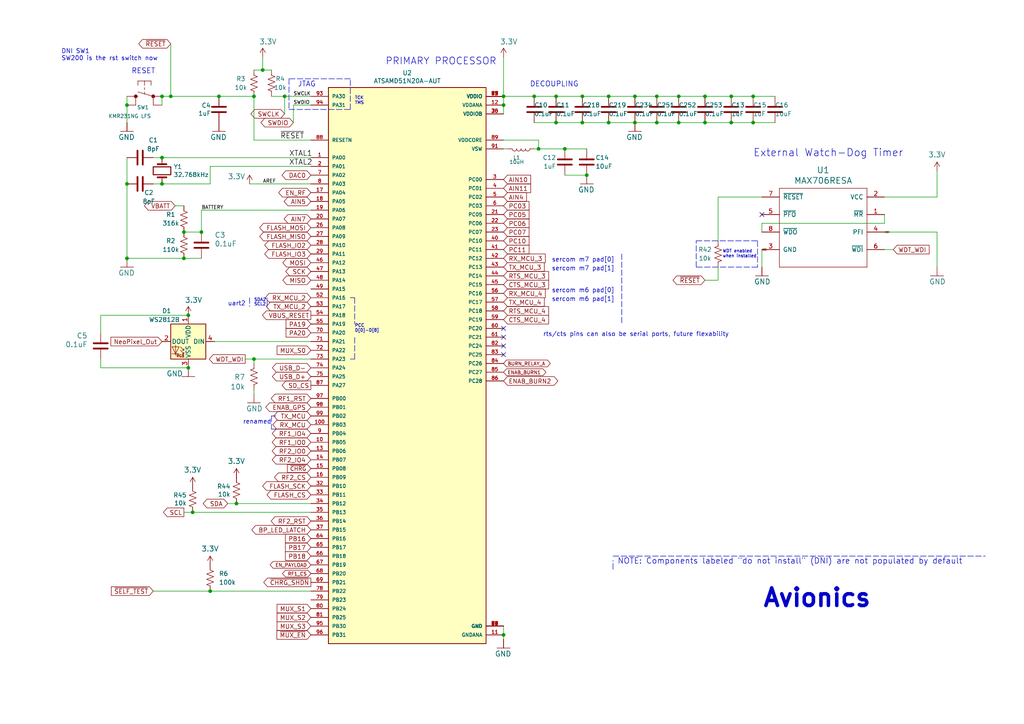
<source format=kicad_sch>
(kicad_sch (version 20211123) (generator eeschema)
  (paper "A4")
  (title_block (title "PyCubed Mainboard") (date "2021-06-09") (rev "v05c") (company "Max Holliday"))
  (lib_symbols
    (symbol "Device:C" (pin_numbers hide) (pin_names (offset 0.254))
      (property "Reference" "C" (at 0.635 2.54 0))
      (property "Value" "C" (at 0.635 -2.54 0))
      (symbol "C_0_1"
        (polyline (pts (xy -2.032 -0.762) (xy 2.032 -0.762)) (stroke (width 0.508)))
        (polyline (pts (xy -2.032 0.762) (xy 2.032 0.762)) (stroke (width 0.508)))
      )
      (symbol "C_1_1"
        (pin passive line (at 0 3.81 270) (length 2.794) (name "~") (number "1"))
        (pin passive line (at 0 -3.81 90) (length 2.794) (name "~") (number "2"))
      )
    )
    (symbol "Device:Crystal" (pin_numbers hide) (pin_names (offset 1.016) hide)
      (property "Reference" "Y" (at 0 3.81 0))
      (property "Value" "Crystal" (at 0 -3.81 0))
      (symbol "Crystal_0_1"
        (rectangle (start -1.143 2.54) (end 1.143 -2.54) (stroke (width 0.3048)))
        (polyline (pts (xy -2.54 0) (xy -1.905 0)))
        (polyline (pts (xy -1.905 -1.27) (xy -1.905 1.27)) (stroke (width 0.508)))
        (polyline (pts (xy 1.905 -1.27) (xy 1.905 1.27)) (stroke (width 0.508)))
        (polyline (pts (xy 2.54 0) (xy 1.905 0)))
      )
      (symbol "Crystal_1_1"
        (pin passive line (at -3.81 0 0) (length 1.27) (name "1") (number "1"))
        (pin passive line (at 3.81 0 180) (length 1.27) (name "2") (number "2"))
      )
    )
    (symbol "Device:L" (pin_numbers hide) (pin_names (offset 1.016) hide)
      (property "Reference" "L" (at -1.27 0 90))
      (property "Value" "L" (at 1.905 0 90))
      (symbol "L_0_1"
        (arc (start 0 -2.54) (mid 0.635 -1.905) (end 0 -1.27))
        (arc (start 0 -1.27) (mid 0.635 -0.635) (end 0 0))
        (arc (start 0 0) (mid 0.635 0.635) (end 0 1.27))
        (arc (start 0 1.27) (mid 0.635 1.905) (end 0 2.54))
      )
      (symbol "L_1_1"
        (pin passive line (at 0 3.81 270) (length 1.27) (name "1") (number "1"))
        (pin passive line (at 0 -3.81 90) (length 1.27) (name "2") (number "2"))
      )
    )
    (symbol "Device:R_US" (pin_numbers hide) (pin_names (offset 0))
      (property "Reference" "R" (at 2.54 0 90))
      (property "Value" "R_US" (at -2.54 0 90))
      (symbol "R_US_0_1"
        (polyline (pts (xy 0 -2.286) (xy 0 -2.54)))
        (polyline (pts (xy 0 2.286) (xy 0 2.54)))
        (polyline (pts (xy 0 -0.762) (xy 1.016 -1.143) (xy 0 -1.524) (xy -1.016 -1.905) (xy 0 -2.286)))
        (polyline (pts (xy 0 0.762) (xy 1.016 0.381) (xy 0 0) (xy -1.016 -0.381) (xy 0 -0.762)))
        (polyline (pts (xy 0 2.286) (xy 1.016 1.905) (xy 0 1.524) (xy -1.016 1.143) (xy 0 0.762)))
      )
      (symbol "R_US_1_1"
        (pin passive line (at 0 3.81 270) (length 1.27) (name "~") (number "1"))
        (pin passive line (at 0 -3.81 90) (length 1.27) (name "~") (number "2"))
      )
    )
    (symbol "mainboard-rescue:WS2812B-LED-mainboard-rescue" (pin_names (offset 0.254))
      (property "Reference" "D" (at 5.08 5.715 0))
      (property "Value" "WS2812B-LED-mainboard-rescue" (at 1.27 -5.715 0))
      (symbol "WS2812B-LED-mainboard-rescue_0_0"
        (text "RGB" (at 2.286 -4.191 0) (effects (font (size 0.762 0.762))))
      )
      (symbol "WS2812B-LED-mainboard-rescue_0_1"
        (polyline (pts (xy 1.27 -3.556) (xy 1.778 -3.556)))
        (polyline (pts (xy 1.27 -2.54) (xy 1.778 -2.54)))
        (polyline (pts (xy 4.699 -3.556) (xy 2.667 -3.556)))
        (polyline (pts (xy 2.286 -2.54) (xy 1.27 -3.556) (xy 1.27 -3.048)))
        (polyline (pts (xy 2.286 -1.524) (xy 1.27 -2.54) (xy 1.27 -2.032)))
        (polyline (pts (xy 3.683 -1.016) (xy 3.683 -3.556) (xy 3.683 -4.064)))
        (polyline (pts (xy 4.699 -1.524) (xy 2.667 -1.524) (xy 3.683 -3.556) (xy 4.699 -1.524)))
        (rectangle (start 5.08 5.08) (end -5.08 -5.08) (stroke (width 0.254)) (fill (type background)))
      )
      (symbol "WS2812B-LED-mainboard-rescue_1_1"
        (pin power_in line (at 0 7.62 270) (length 2.54) (name "VDD") (number "1"))
        (pin output line (at 7.62 0 180) (length 2.54) (name "DOUT") (number "2"))
        (pin power_in line (at 0 -7.62 90) (length 2.54) (name "VSS") (number "3"))
        (pin input line (at -7.62 0 0) (length 2.54) (name "DIN") (number "4"))
      )
    )
    (symbol "mainboard:3.3V" (power) (pin_names (offset 1.016))
      (property "Value" "3.3V" (at -1.016 3.556 0))
      (symbol "3.3V_1_0"
        (polyline (pts (xy 0 2.54) (xy -0.762 1.27)))
        (polyline (pts (xy 0.762 1.27) (xy 0 2.54)))
        (pin power_in line (at 0 0 90) (length 2.54) (name "3.3V") (number "1"))
      )
    )
    (symbol "mainboard:GND" (power) (pin_names (offset 1.016))
      (property "Value" "GND" (at -2.54 -2.54 0))
      (symbol "GND_1_0"
        (polyline (pts (xy -1.905 0) (xy 1.905 0)))
        (pin power_in line (at 0 2.54 270) (length 2.54) (name "GND") (number "1"))
      )
    )
    (symbol "mainboard:MAX708RESA-T" (pin_names (offset 1.016))
      (property "Reference" "U" (at 15.5956 9.1186 0))
      (property "Value" "MAX708RESA-T" (at 14.9606 6.5786 0))
      (symbol "MAX708RESA-T_1_0"
        (polyline (pts (xy 7.62 -17.78) (xy 33.02 -17.78)))
        (polyline (pts (xy 7.62 5.08) (xy 7.62 -17.78)))
        (polyline (pts (xy 33.02 -17.78) (xy 33.02 5.08)))
        (polyline (pts (xy 33.02 5.08) (xy 7.62 5.08)))
        (pin input line (at 2.54 -2.54 0) (length 5.08) (name "~{MR}") (number "1"))
        (pin power_in line (at 2.54 2.54 0) (length 5.08) (name "VCC") (number "2"))
        (pin power_in line (at 38.1 -12.7 180) (length 5.08) (name "GND") (number "3"))
        (pin input line (at 2.54 -7.62 0) (length 5.08) (name "PFI") (number "4"))
        (pin output line (at 38.1 -2.54 180) (length 5.08) (name "~{PFO}") (number "5"))
        (pin input line (at 2.54 -12.7 0) (length 5.08) (name "~{WDI}") (number "6"))
        (pin output line (at 38.1 2.54 180) (length 5.08) (name "~{RESET}") (number "7"))
        (pin output line (at 38.1 -7.62 180) (length 5.08) (name "~{WDO}") (number "8"))
      )
    )
    (symbol "mainboard:SWITCH_SMT4.6X2.8" (pin_names (offset 1.016))
      (property "Reference" "SW" (at -2.54 6.35 0))
      (property "Value" "SWITCH_SMT4.6X2.8" (at -2.54 -5.08 0))
      (symbol "SWITCH_SMT4.6X2.8_1_0"
        (circle (center -2.54 0) (radius 0.127) (stroke (width 0.4064)))
        (polyline (pts (xy -2.54 -2.54) (xy -2.54 0)))
        (polyline (pts (xy -2.54 0) (xy 1.905 1.27)))
        (polyline (pts (xy -1.905 4.445) (xy -1.905 3.175)))
        (polyline (pts (xy 0 1.27) (xy 0 0.635)))
        (polyline (pts (xy 0 2.54) (xy 0 1.905)))
        (polyline (pts (xy 0 4.445) (xy -1.905 4.445)))
        (polyline (pts (xy 0 4.445) (xy 0 3.175)))
        (polyline (pts (xy 1.905 0) (xy 2.54 0)))
        (polyline (pts (xy 1.905 4.445) (xy 0 4.445)))
        (polyline (pts (xy 1.905 4.445) (xy 1.905 3.175)))
        (polyline (pts (xy 2.54 -2.54) (xy 2.54 0)))
        (circle (center 2.54 0) (radius 0.127) (stroke (width 0.4064)))
        (pin passive line (at -5.08 0 0) (length 2.54) (name "P") (number "A"))
        (pin passive line (at -5.08 -2.54 0) (length 2.54) (name "P1") (number "A'"))
        (pin passive line (at 5.08 0 180) (length 2.54) (name "S") (number "B"))
        (pin passive line (at 5.08 -2.54 180) (length 2.54) (name "S1") (number "B'"))
      )
    )
    (symbol "mainboard_SLI:ATSAMD51N20A-AUT" (pin_names (offset 1.016))
      (property "Reference" "U" (at -22.86 89.535 0))
      (property "Value" "ATSAMD51N20A-AUT" (at -22.86 -76.2 0))
      (symbol "ATSAMD51N20A-AUT_0_0"
        (rectangle (start -22.86 -72.39) (end 22.86 88.9) (stroke (width 0.254)) (fill (type background)))
        (pin bidirectional line (at -27.94 68.58 0) (length 5.08) (name "PA00") (number "1"))
        (pin bidirectional line (at -27.94 -13.97 0) (length 5.08) (name "PB05") (number "10"))
        (pin bidirectional line (at -27.94 -8.89 0) (length 5.08) (name "PB03") (number "100"))
        (pin power_in line (at 27.94 -69.85 180) (length 5.08) (name "GNDANA") (number "11"))
        (pin power_in line (at 27.94 83.82 180) (length 5.08) (name "VDDANA") (number "12"))
        (pin bidirectional line (at -27.94 -16.51 0) (length 5.08) (name "PB06") (number "13"))
        (pin bidirectional line (at -27.94 -19.05 0) (length 5.08) (name "PB07") (number "14"))
        (pin bidirectional line (at -27.94 -21.59 0) (length 5.08) (name "PB08") (number "15"))
        (pin bidirectional line (at -27.94 -24.13 0) (length 5.08) (name "PB09") (number "16"))
        (pin bidirectional line (at -27.94 58.42 0) (length 5.08) (name "PA04") (number "17"))
        (pin bidirectional line (at -27.94 55.88 0) (length 5.08) (name "PA05") (number "18"))
        (pin bidirectional line (at -27.94 53.34 0) (length 5.08) (name "PA06") (number "19"))
        (pin bidirectional line (at -27.94 66.04 0) (length 5.08) (name "PA01") (number "2"))
        (pin bidirectional line (at -27.94 50.8 0) (length 5.08) (name "PA07") (number "20"))
        (pin bidirectional line (at 27.94 52.07 180) (length 5.08) (name "PC05") (number "21"))
        (pin bidirectional line (at 27.94 49.53 180) (length 5.08) (name "PC06") (number "22"))
        (pin bidirectional line (at 27.94 46.99 180) (length 5.08) (name "PC07") (number "23"))
        (pin power_in line (at 27.94 -67.31 180) (length 5.08) (name "GND") (number "24"))
        (pin power_in line (at 27.94 81.28 180) (length 5.08) (name "VDDIOB") (number "25"))
        (pin bidirectional line (at -27.94 48.26 0) (length 5.08) (name "PA08") (number "26"))
        (pin bidirectional line (at -27.94 45.72 0) (length 5.08) (name "PA09") (number "27"))
        (pin bidirectional line (at -27.94 43.18 0) (length 5.08) (name "PA10") (number "28"))
        (pin bidirectional line (at -27.94 40.64 0) (length 5.08) (name "PA11") (number "29"))
        (pin bidirectional line (at 27.94 62.23 180) (length 5.08) (name "PC00") (number "3"))
        (pin power_in line (at 27.94 81.28 180) (length 5.08) (name "VDDIOB") (number "30"))
        (pin power_in line (at 27.94 -67.31 180) (length 5.08) (name "GND") (number "31"))
        (pin bidirectional line (at -27.94 -26.67 0) (length 5.08) (name "PB10") (number "32"))
        (pin bidirectional line (at -27.94 -29.21 0) (length 5.08) (name "PB11") (number "33"))
        (pin bidirectional line (at -27.94 -31.75 0) (length 5.08) (name "PB12") (number "34"))
        (pin bidirectional line (at -27.94 -34.29 0) (length 5.08) (name "PB13") (number "35"))
        (pin bidirectional line (at -27.94 -36.83 0) (length 5.08) (name "PB14") (number "36"))
        (pin bidirectional line (at -27.94 -39.37 0) (length 5.08) (name "PB15") (number "37"))
        (pin power_in line (at 27.94 -67.31 180) (length 5.08) (name "GND") (number "38"))
        (pin power_in line (at 27.94 86.36 180) (length 5.08) (name "VDDIO") (number "39"))
        (pin bidirectional line (at 27.94 59.69 180) (length 5.08) (name "PC01") (number "4"))
        (pin bidirectional line (at 27.94 44.45 180) (length 5.08) (name "PC10") (number "40"))
        (pin bidirectional line (at 27.94 41.91 180) (length 5.08) (name "PC11") (number "41"))
        (pin bidirectional line (at 27.94 39.37 180) (length 5.08) (name "PC12") (number "42"))
        (pin bidirectional line (at 27.94 36.83 180) (length 5.08) (name "PC13") (number "43"))
        (pin bidirectional line (at 27.94 34.29 180) (length 5.08) (name "PC14") (number "44"))
        (pin bidirectional line (at 27.94 31.75 180) (length 5.08) (name "PC15") (number "45"))
        (pin bidirectional line (at -27.94 38.1 0) (length 5.08) (name "PA12") (number "46"))
        (pin bidirectional line (at -27.94 35.56 0) (length 5.08) (name "PA13") (number "47"))
        (pin bidirectional line (at -27.94 33.02 0) (length 5.08) (name "PA14") (number "48"))
        (pin bidirectional line (at -27.94 30.48 0) (length 5.08) (name "PA15") (number "49"))
        (pin bidirectional line (at 27.94 57.15 180) (length 5.08) (name "PC02") (number "5"))
        (pin power_in line (at 27.94 -67.31 180) (length 5.08) (name "GND") (number "50"))
        (pin power_in line (at 27.94 86.36 180) (length 5.08) (name "VDDIO") (number "51"))
        (pin bidirectional line (at -27.94 27.94 0) (length 5.08) (name "PA16") (number "52"))
        (pin bidirectional line (at -27.94 25.4 0) (length 5.08) (name "PA17") (number "53"))
        (pin bidirectional line (at -27.94 22.86 0) (length 5.08) (name "PA18") (number "54"))
        (pin bidirectional line (at -27.94 20.32 0) (length 5.08) (name "PA19") (number "55"))
        (pin bidirectional line (at 27.94 29.21 180) (length 5.08) (name "PC16") (number "56"))
        (pin bidirectional line (at 27.94 26.67 180) (length 5.08) (name "PC17") (number "57"))
        (pin bidirectional line (at 27.94 24.13 180) (length 5.08) (name "PC18") (number "58"))
        (pin bidirectional line (at 27.94 21.59 180) (length 5.08) (name "PC19") (number "59"))
        (pin bidirectional line (at 27.94 54.61 180) (length 5.08) (name "PC03") (number "6"))
        (pin bidirectional line (at 27.94 19.05 180) (length 5.08) (name "PC20") (number "60"))
        (pin bidirectional line (at 27.94 16.51 180) (length 5.08) (name "PC21") (number "61"))
        (pin power_in line (at 27.94 -67.31 180) (length 5.08) (name "GND") (number "62"))
        (pin power_in line (at 27.94 86.36 180) (length 5.08) (name "VDDIO") (number "63"))
        (pin bidirectional line (at -27.94 -41.91 0) (length 5.08) (name "PB16") (number "64"))
        (pin bidirectional line (at -27.94 -44.45 0) (length 5.08) (name "PB17") (number "65"))
        (pin bidirectional line (at -27.94 -46.99 0) (length 5.08) (name "PB18") (number "66"))
        (pin bidirectional line (at -27.94 -49.53 0) (length 5.08) (name "PB19") (number "67"))
        (pin bidirectional line (at -27.94 -52.07 0) (length 5.08) (name "PB20") (number "68"))
        (pin bidirectional line (at -27.94 -54.61 0) (length 5.08) (name "PB21") (number "69"))
        (pin bidirectional line (at -27.94 63.5 0) (length 5.08) (name "PA02") (number "7"))
        (pin bidirectional line (at -27.94 17.78 0) (length 5.08) (name "PA20") (number "70"))
        (pin bidirectional line (at -27.94 15.24 0) (length 5.08) (name "PA21") (number "71"))
        (pin bidirectional line (at -27.94 12.7 0) (length 5.08) (name "PA22") (number "72"))
        (pin bidirectional line (at -27.94 10.16 0) (length 5.08) (name "PA23") (number "73"))
        (pin bidirectional line (at -27.94 7.62 0) (length 5.08) (name "PA24") (number "74"))
        (pin bidirectional line (at -27.94 5.08 0) (length 5.08) (name "PA25") (number "75"))
        (pin power_in line (at 27.94 -67.31 180) (length 5.08) (name "GND") (number "76"))
        (pin power_in line (at 27.94 86.36 180) (length 5.08) (name "VDDIO") (number "77"))
        (pin bidirectional line (at -27.94 -57.15 0) (length 5.08) (name "PB22") (number "78"))
        (pin bidirectional line (at -27.94 -59.69 0) (length 5.08) (name "PB23") (number "79"))
        (pin bidirectional line (at -27.94 60.96 0) (length 5.08) (name "PA03") (number "8"))
        (pin bidirectional line (at -27.94 -62.23 0) (length 5.08) (name "PB24") (number "80"))
        (pin bidirectional line (at -27.94 -64.77 0) (length 5.08) (name "PB25") (number "81"))
        (pin bidirectional line (at 27.94 13.97 180) (length 5.08) (name "PC24") (number "82"))
        (pin bidirectional line (at 27.94 11.43 180) (length 5.08) (name "PC25") (number "83"))
        (pin bidirectional line (at 27.94 8.89 180) (length 5.08) (name "PC26") (number "84"))
        (pin bidirectional line (at 27.94 6.35 180) (length 5.08) (name "PC27") (number "85"))
        (pin bidirectional line (at 27.94 3.81 180) (length 5.08) (name "PC28") (number "86"))
        (pin bidirectional line (at -27.94 2.54 0) (length 5.08) (name "PA27") (number "87"))
        (pin input line (at -27.94 73.66 0) (length 5.08) (name "RESETN") (number "88"))
        (pin power_in line (at 27.94 73.66 180) (length 5.08) (name "VDDCORE") (number "89"))
        (pin bidirectional line (at -27.94 -11.43 0) (length 5.08) (name "PB04") (number "9"))
        (pin power_in line (at 27.94 -67.31 180) (length 5.08) (name "GND") (number "90"))
        (pin bidirectional line (at 27.94 71.12 180) (length 5.08) (name "VSW") (number "91"))
        (pin power_in line (at 27.94 86.36 180) (length 5.08) (name "VDDIO") (number "92"))
        (pin bidirectional line (at -27.94 86.36 0) (length 5.08) (name "PA30") (number "93"))
        (pin bidirectional line (at -27.94 83.82 0) (length 5.08) (name "PA31") (number "94"))
        (pin bidirectional line (at -27.94 -67.31 0) (length 5.08) (name "PB30") (number "95"))
        (pin bidirectional line (at -27.94 -69.85 0) (length 5.08) (name "PB31") (number "96"))
        (pin bidirectional line (at -27.94 -1.27 0) (length 5.08) (name "PB00") (number "97"))
        (pin bidirectional line (at -27.94 -3.81 0) (length 5.08) (name "PB01") (number "98"))
        (pin bidirectional line (at -27.94 -6.35 0) (length 5.08) (name "PB02") (number "99"))
      )
    )
  )
  (junction (at 212.09 27.94))
  (junction (at 168.91 27.94))
  (junction (at 82.55 27.94))
  (junction (at 196.85 35.56))
  (junction (at 170.18 50.8))
  (junction (at 156.21 43.18))
  (junction (at 36.83 74.93))
  (junction (at 176.53 35.56))
  (junction (at 176.53 27.94))
  (junction (at 212.09 35.56))
  (junction (at 146.05 30.48))
  (junction (at 53.34 67.31))
  (junction (at 54.61 91.44))
  (junction (at 54.61 106.68))
  (junction (at 76.2 20.32))
  (junction (at 190.5 35.56))
  (junction (at 184.15 35.56))
  (junction (at 73.66 27.94))
  (junction (at 55.88 148.59))
  (junction (at 190.5 27.94))
  (junction (at 53.34 74.93))
  (junction (at 218.44 35.56))
  (junction (at 68.58 146.05))
  (junction (at 184.15 27.94))
  (junction (at 204.47 27.94))
  (junction (at 196.85 27.94))
  (junction (at 46.99 27.94))
  (junction (at 161.29 35.56))
  (junction (at 63.5 27.94))
  (junction (at 49.53 27.94))
  (junction (at 161.29 27.94))
  (junction (at 60.96 171.45))
  (junction (at 46.99 45.72))
  (junction (at 163.83 43.18))
  (junction (at 218.44 27.94))
  (junction (at 46.99 53.34))
  (junction (at 204.47 35.56))
  (junction (at 154.94 27.94))
  (junction (at 58.42 67.31))
  (junction (at 73.66 104.14))
  (junction (at 146.05 27.94))
  (junction (at 36.83 53.34))
  (junction (at 36.83 30.48))
  (junction (at 146.05 184.15))
  (junction (at 168.91 35.56))
  (no_connect (at 220.98 62.23))
  (no_connect (at 146.05 100.33))
  (no_connect (at 146.05 102.87))
  (no_connect (at 146.05 97.79))
  (no_connect (at 146.05 95.25))
  (wire (pts (xy 63.5 27.94) (xy 73.66 27.94)))
  (wire (pts (xy 90.17 146.05) (xy 68.58 146.05)))
  (wire (pts (xy 49.53 12.7) (xy 49.53 27.94)))
  (wire (pts (xy 49.53 27.94) (xy 63.5 27.94)))
  (wire (pts (xy 50.8 59.69) (xy 53.34 59.69)))
  (wire (pts (xy 163.83 50.8) (xy 170.18 50.8)))
  (wire (pts (xy 156.21 40.64) (xy 156.21 43.18)))
  (wire (pts (xy 204.47 81.28) (xy 208.28 81.28)))
  (polyline (pts (xy 101.6 22.86) (xy 83.82 22.86)))
  (polyline (pts (xy 83.82 22.86) (xy 83.82 31.75)))
  (wire (pts (xy 73.66 20.32) (xy 76.2 20.32)))
  (polyline (pts (xy 78.74 124.46) (xy 80.01 124.46)))
  (wire (pts (xy 208.28 81.28) (xy 208.28 77.47)))
  (wire (pts (xy 29.21 106.68) (xy 29.21 104.14)))
  (wire (pts (xy 46.99 53.34) (xy 60.96 53.34)))
  (wire (pts (xy 271.78 57.15) (xy 271.78 49.53)))
  (wire (pts (xy 66.04 146.05) (xy 68.58 146.05)))
  (wire (pts (xy 184.15 35.56) (xy 190.5 35.56)))
  (wire (pts (xy 220.98 72.39) (xy 220.98 77.47)))
  (wire (pts (xy 146.05 43.18) (xy 147.32 43.18)))
  (wire (pts (xy 76.2 16.51) (xy 76.2 20.32)))
  (wire (pts (xy 62.23 99.06) (xy 90.17 99.06)))
  (wire (pts (xy 90.17 40.64) (xy 73.66 40.64)))
  (polyline (pts (xy 177.8 165.1) (xy 177.8 162.56)))
  (wire (pts (xy 73.66 113.03) (xy 73.66 114.3)))
  (wire (pts (xy 146.05 27.94) (xy 154.94 27.94)))
  (wire (pts (xy 154.94 35.56) (xy 161.29 35.56)))
  (wire (pts (xy 168.91 27.94) (xy 176.53 27.94)))
  (wire (pts (xy 60.96 48.26) (xy 90.17 48.26)))
  (wire (pts (xy 208.28 57.15) (xy 208.28 69.85)))
  (wire (pts (xy 271.78 57.15) (xy 256.54 57.15)))
  (wire (pts (xy 71.12 104.14) (xy 73.66 104.14)))
  (polyline (pts (xy 219.71 77.47) (xy 201.93 77.47)))
  (wire (pts (xy 36.83 30.48) (xy 36.83 35.56)))
  (wire (pts (xy 53.34 67.31) (xy 58.42 67.31)))
  (wire (pts (xy 212.09 35.56) (xy 218.44 35.56)))
  (polyline (pts (xy 102.87 86.36) (xy 102.87 93.98)))
  (polyline (pts (xy 180.34 73.66) (xy 180.34 93.98)))
  (wire (pts (xy 161.29 35.56) (xy 168.91 35.56)))
  (wire (pts (xy 29.21 106.68) (xy 54.61 106.68)))
  (wire (pts (xy 53.34 148.59) (xy 55.88 148.59)))
  (wire (pts (xy 220.98 67.31) (xy 220.98 64.77)))
  (polyline (pts (xy 78.74 120.65) (xy 78.74 124.46)))
  (wire (pts (xy 36.83 27.94) (xy 36.83 30.48)))
  (wire (pts (xy 146.05 27.94) (xy 146.05 16.51)))
  (wire (pts (xy 163.83 43.18) (xy 170.18 43.18)))
  (wire (pts (xy 44.45 53.34) (xy 46.99 53.34)))
  (wire (pts (xy 46.99 30.48) (xy 46.99 27.94)))
  (wire (pts (xy 168.91 35.56) (xy 176.53 35.56)))
  (wire (pts (xy 161.29 27.94) (xy 168.91 27.94)))
  (wire (pts (xy 220.98 64.77) (xy 256.54 64.77)))
  (polyline (pts (xy 177.8 161.29) (xy 285.75 161.29)))
  (polyline (pts (xy 83.82 31.75) (xy 101.6 31.75)))
  (wire (pts (xy 60.96 53.34) (xy 60.96 48.26)))
  (polyline (pts (xy 78.74 120.65) (xy 80.01 120.65)))
  (wire (pts (xy 73.66 104.14) (xy 73.66 105.41)))
  (wire (pts (xy 60.96 171.45) (xy 90.17 171.45)))
  (wire (pts (xy 44.45 45.72) (xy 46.99 45.72)))
  (wire (pts (xy 146.05 33.02) (xy 146.05 30.48)))
  (wire (pts (xy 156.21 43.18) (xy 163.83 43.18)))
  (wire (pts (xy 58.42 60.96) (xy 90.17 60.96)))
  (wire (pts (xy 218.44 35.56) (xy 224.79 35.56)))
  (wire (pts (xy 58.42 74.93) (xy 53.34 74.93)))
  (wire (pts (xy 190.5 27.94) (xy 196.85 27.94)))
  (wire (pts (xy 259.08 72.39) (xy 256.54 72.39)))
  (wire (pts (xy 154.94 43.18) (xy 156.21 43.18)))
  (polyline (pts (xy 102.87 104.14) (xy 102.87 97.79)))
  (wire (pts (xy 78.74 27.94) (xy 82.55 27.94)))
  (wire (pts (xy 256.54 64.77) (xy 256.54 62.23)))
  (wire (pts (xy 90.17 148.59) (xy 55.88 148.59)))
  (wire (pts (xy 29.21 91.44) (xy 54.61 91.44)))
  (wire (pts (xy 36.83 45.72) (xy 36.83 53.34)))
  (wire (pts (xy 36.83 53.34) (xy 36.83 74.93)))
  (wire (pts (xy 271.78 67.31) (xy 271.78 77.47)))
  (wire (pts (xy 46.99 27.94) (xy 49.53 27.94)))
  (wire (pts (xy 146.05 40.64) (xy 156.21 40.64)))
  (wire (pts (xy 154.94 27.94) (xy 161.29 27.94)))
  (wire (pts (xy 73.66 104.14) (xy 90.17 104.14)))
  (wire (pts (xy 196.85 27.94) (xy 204.47 27.94)))
  (wire (pts (xy 146.05 30.48) (xy 146.05 27.94)))
  (polyline (pts (xy 72.39 86.36) (xy 72.39 88.9)))
  (wire (pts (xy 146.05 181.61) (xy 146.05 184.15)))
  (polyline (pts (xy 101.6 104.14) (xy 102.87 104.14)))
  (wire (pts (xy 190.5 35.56) (xy 196.85 35.56)))
  (wire (pts (xy 218.44 27.94) (xy 224.79 27.94)))
  (polyline (pts (xy 77.47 88.9) (xy 77.47 86.36)))
  (wire (pts (xy 82.55 33.02) (xy 82.55 27.94)))
  (wire (pts (xy 204.47 35.56) (xy 212.09 35.56)))
  (wire (pts (xy 58.42 67.31) (xy 58.42 60.96)))
  (wire (pts (xy 212.09 27.94) (xy 218.44 27.94)))
  (wire (pts (xy 184.15 27.94) (xy 190.5 27.94)))
  (wire (pts (xy 72.39 53.34) (xy 90.17 53.34)))
  (wire (pts (xy 85.09 30.48) (xy 90.17 30.48)))
  (wire (pts (xy 73.66 27.94) (xy 73.66 40.64)))
  (wire (pts (xy 204.47 27.94) (xy 212.09 27.94)))
  (wire (pts (xy 176.53 27.94) (xy 184.15 27.94)))
  (wire (pts (xy 256.54 67.31) (xy 271.78 67.31)))
  (polyline (pts (xy 201.93 69.85) (xy 219.71 69.85)))
  (wire (pts (xy 46.99 45.72) (xy 90.17 45.72)))
  (wire (pts (xy 29.21 96.52) (xy 29.21 91.44)))
  (polyline (pts (xy 101.6 86.36) (xy 102.87 86.36)))
  (wire (pts (xy 44.45 171.45) (xy 60.96 171.45)))
  (wire (pts (xy 196.85 35.56) (xy 204.47 35.56)))
  (wire (pts (xy 146.05 184.15) (xy 146.05 185.42)))
  (wire (pts (xy 220.98 57.15) (xy 208.28 57.15)))
  (wire (pts (xy 176.53 35.56) (xy 184.15 35.56)))
  (polyline (pts (xy 101.6 31.75) (xy 101.6 22.86)))
  (polyline (pts (xy 201.93 77.47) (xy 201.93 69.85)))
  (wire (pts (xy 85.09 30.48) (xy 85.09 35.56)))
  (wire (pts (xy 53.34 74.93) (xy 36.83 74.93)))
  (wire (pts (xy 82.55 27.94) (xy 90.17 27.94)))
  (polyline (pts (xy 219.71 69.85) (xy 219.71 77.47)))
  (wire (pts (xy 76.2 20.32) (xy 78.74 20.32)))
  (text "sercom m7 pad[1]" (at 160.02 78.74 0) (effects (font (size 1.27 1.27)) (justify left bottom)))
  (text "uart2" (at 66.04 88.9 0) (effects (font (size 1.27 1.27)) (justify left bottom)))
  (text "SDA2" (at 73.66 87.63 0) (effects (font (size 0.889 0.889)) (justify left bottom)))
  (text "rts/cts pins can also be serial ports, future flexability " (at 157.48 97.79 0) (effects (font (size 1.27 1.27)) (justify left bottom)))
  (text "DNI SW1\nSW200 is the rst switch now" (at 17.78 17.78 0) (effects (font (size 1.27 1.27)) (justify left bottom)))
  (text "sercom m6 pad[0]" (at 160.02 85.09 0) (effects (font (size 1.27 1.27)) (justify left bottom)))
  (text "TCK\nTMS" (at 102.87 30.48 0) (effects (font (size 0.889 0.889)) (justify left bottom)))
  (text "NOTE: Components labeled \"do not install\" (DNI) are not populated by default" (at 179.07 163.83 0) (effects (font (size 1.651 1.651)) (justify left bottom)))
  (text "SCL2" (at 73.66 88.9 0) (effects (font (size 0.889 0.889)) (justify left bottom)))
  (text "DECOUPLING\n" (at 153.67 25.4 0) (effects (font (size 1.4986 1.4986)) (justify left bottom)))
  (text "renamed" (at 78.74 123.19 180) (effects (font (size 1.27 1.27)) (justify right bottom)))
  (text "Avionics" (at 220.98 176.53 0) (effects (font (size 5.08 5.08) (thickness 1.016) bold) (justify left bottom)))
  (text "WDT enabled\nwhen installed" (at 209.55 74.93 0) (effects (font (size 0.889 0.889)) (justify left bottom)))
  (text "JTAG\n" (at 86.36 25.4 0) (effects (font (size 1.4986 1.4986)) (justify left bottom)))
  (text "External Watch-Dog Timer" (at 218.44 45.72 0) (effects (font (size 2.159 2.159)) (justify left bottom)))
  (text "PRIMARY PROCESSOR" (at 111.76 19.05 0) (effects (font (size 2.0066 2.0066)) (justify left bottom)))
  (text "sercom m7 pad[0]" (at 160.02 76.2 0) (effects (font (size 1.27 1.27)) (justify left bottom)))
  (text "RESET" (at 38.1 21.59 0) (effects (font (size 1.4986 1.4986)) (justify left bottom)))
  (text "sercom m6 pad[1]" (at 160.02 87.63 0) (effects (font (size 1.27 1.27)) (justify left bottom)))
  (text "PCC\nD[0]-D[8]" (at 102.87 96.52 0) (effects (font (size 0.889 0.889)) (justify left bottom)))
  (label "BATTERY" (at 58.42 60.96 0) (effects (font (size 1.016 1.016))))
  (label "AREF" (at 76.2 53.34 0) (effects (font (size 1.016 1.016))))
  (label "XTAL2" (at 83.82 48.26 0) (effects (font (size 1.524 1.524))))
  (label "XTAL1" (at 83.82 45.72 0) (effects (font (size 1.524 1.524))))
  (label "SWDIO" (at 85.09 30.48 0) (effects (font (size 0.9906 0.9906))))
  (label "SWCLK" (at 85.09 27.94 0) (effects (font (size 0.9906 0.9906))))
  (label "~{RESET}" (at 81.28 40.64 0) (effects (font (size 1.4986 1.4986))))
  (global_label "AIN7" (shape bidirectional) (at 90.17 63.5 180) (property "Intersheet References" "${INTERSHEET_REFS}" (effects hide)))
  (global_label "ENAB_BURN1" (shape bidirectional) (at 146.05 107.95 0) (effects (font (size 0.9906 0.9906))) (property "Intersheet References" "${INTERSHEET_REFS}" (effects hide)))
  (global_label "MUX_S2" (shape input) (at 90.17 179.07 180) (property "Intersheet References" "${INTERSHEET_REFS}" (effects hide)))
  (global_label "SWCLK" (shape bidirectional) (at 82.55 33.02 180) (property "Intersheet References" "${INTERSHEET_REFS}" (effects hide)))
  (global_label "PC03" (shape input) (at 146.05 59.69 0) (property "Intersheet References" "${INTERSHEET_REFS}" (effects hide)))
  (global_label "RTS_MCU_3" (shape input) (at 146.05 80.01 0) (property "Intersheet References" "${INTERSHEET_REFS}" (effects hide)))
  (global_label "MOSI" (shape bidirectional) (at 90.17 76.2 180) (property "Intersheet References" "${INTERSHEET_REFS}" (effects hide)))
  (global_label "RF2_CS" (shape bidirectional) (at 90.17 138.43 180) (property "Intersheet References" "${INTERSHEET_REFS}" (effects hide)))
  (global_label "PC10" (shape input) (at 146.05 69.85 0) (property "Intersheet References" "${INTERSHEET_REFS}" (effects hide)))
  (global_label "AIN11" (shape input) (at 146.05 54.61 0) (property "Intersheet References" "${INTERSHEET_REFS}" (effects hide)))
  (global_label "PB16" (shape input) (at 90.17 156.21 180) (property "Intersheet References" "${INTERSHEET_REFS}" (effects hide)))
  (global_label "SDA" (shape bidirectional) (at 66.04 146.05 180) (property "Intersheet References" "${INTERSHEET_REFS}" (effects hide)))
  (global_label "~{MUX_EN}" (shape input) (at 90.17 184.15 180) (property "Intersheet References" "${INTERSHEET_REFS}" (effects hide)))
  (global_label "RF1_CS" (shape bidirectional) (at 90.17 166.37 180) (effects (font (size 0.9906 0.9906))) (property "Intersheet References" "${INTERSHEET_REFS}" (effects hide)))
  (global_label "SD_CS" (shape output) (at 90.17 111.76 180) (property "Intersheet References" "${INTERSHEET_REFS}" (effects hide)))
  (global_label "MUX_S1" (shape input) (at 90.17 176.53 180) (property "Intersheet References" "${INTERSHEET_REFS}" (effects hide)))
  (global_label "EN_PAYLOAD" (shape bidirectional) (at 90.17 163.83 180) (effects (font (size 0.9906 0.9906))) (property "Intersheet References" "${INTERSHEET_REFS}" (effects hide)))
  (global_label "SCK" (shape bidirectional) (at 90.17 78.74 180) (property "Intersheet References" "${INTERSHEET_REFS}" (effects hide)))
  (global_label "MUX_S3" (shape input) (at 90.17 181.61 180) (property "Intersheet References" "${INTERSHEET_REFS}" (effects hide)))
  (global_label "RF1_RST" (shape bidirectional) (at 90.17 115.57 180) (property "Intersheet References" "${INTERSHEET_REFS}" (effects hide)))
  (global_label "WDT_WDI" (shape output) (at 71.12 104.14 180) (property "Intersheet References" "${INTERSHEET_REFS}" (effects hide)))
  (global_label "AIN5" (shape bidirectional) (at 90.17 58.42 180) (property "Intersheet References" "${INTERSHEET_REFS}" (effects hide)))
  (global_label "VBUS_RESET" (shape output) (at 90.17 91.44 180) (property "Intersheet References" "${INTERSHEET_REFS}" (effects hide)))
  (global_label "MISO" (shape bidirectional) (at 90.17 81.28 180) (property "Intersheet References" "${INTERSHEET_REFS}" (effects hide)))
  (global_label "RF1_IO4" (shape bidirectional) (at 90.17 125.73 180) (property "Intersheet References" "${INTERSHEET_REFS}" (effects hide)))
  (global_label "PC11" (shape input) (at 146.05 72.39 0) (property "Intersheet References" "${INTERSHEET_REFS}" (effects hide)))
  (global_label "CTS_MCU_3" (shape input) (at 146.05 82.55 0) (property "Intersheet References" "${INTERSHEET_REFS}" (effects hide)))
  (global_label "RF2_IO4" (shape bidirectional) (at 90.17 133.35 180) (property "Intersheet References" "${INTERSHEET_REFS}" (effects hide)))
  (global_label "DAC0" (shape bidirectional) (at 90.17 50.8 180) (property "Intersheet References" "${INTERSHEET_REFS}" (effects hide)))
  (global_label "EN_RF" (shape bidirectional) (at 90.17 55.88 180) (property "Intersheet References" "${INTERSHEET_REFS}" (effects hide)))
  (global_label "PB17" (shape input) (at 90.17 158.75 180) (property "Intersheet References" "${INTERSHEET_REFS}" (effects hide)))
  (global_label "FLASH_MISO" (shape bidirectional) (at 90.17 68.58 180) (property "Intersheet References" "${INTERSHEET_REFS}" (effects hide)))
  (global_label "PA20" (shape input) (at 90.17 96.52 180) (property "Intersheet References" "${INTERSHEET_REFS}" (effects hide)))
  (global_label "SWDIO" (shape bidirectional) (at 85.09 35.56 180) (property "Intersheet References" "${INTERSHEET_REFS}" (effects hide)))
  (global_label "PA19" (shape input) (at 90.17 93.98 180) (property "Intersheet References" "${INTERSHEET_REFS}" (effects hide)))
  (global_label "RTS_MCU_4" (shape input) (at 146.05 90.17 0) (property "Intersheet References" "${INTERSHEET_REFS}" (effects hide)))
  (global_label "RX_MCU_3" (shape input) (at 146.05 74.93 0) (property "Intersheet References" "${INTERSHEET_REFS}" (effects hide)))
  (global_label "FLASH_SCK" (shape bidirectional) (at 90.17 140.97 180) (property "Intersheet References" "${INTERSHEET_REFS}" (effects hide)))
  (global_label "FLASH_IO3" (shape bidirectional) (at 90.17 73.66 180) (property "Intersheet References" "${INTERSHEET_REFS}" (effects hide)))
  (global_label "~{CHRG_SHDN}" (shape output) (at 90.17 168.91 180) (property "Intersheet References" "${INTERSHEET_REFS}" (effects hide)))
  (global_label "BURN_RELAY_A" (shape bidirectional) (at 146.05 105.41 0) (effects (font (size 0.9906 0.9906))) (property "Intersheet References" "${INTERSHEET_REFS}" (effects hide)))
  (global_label "FLASH_CS" (shape bidirectional) (at 90.17 143.51 180) (property "Intersheet References" "${INTERSHEET_REFS}" (effects hide)))
  (global_label "USB_D-" (shape bidirectional) (at 90.17 106.68 180) (property "Intersheet References" "${INTERSHEET_REFS}" (effects hide)))
  (global_label "RX_MCU_2" (shape bidirectional) (at 90.17 86.36 180) (property "Intersheet References" "${INTERSHEET_REFS}" (effects hide)))
  (global_label "MUX_S0" (shape input) (at 90.17 101.6 180) (property "Intersheet References" "${INTERSHEET_REFS}" (effects hide)))
  (global_label "AIN10" (shape input) (at 146.05 52.07 0) (property "Intersheet References" "${INTERSHEET_REFS}" (effects hide)))
  (global_label "FLASH_IO2" (shape bidirectional) (at 90.17 71.12 180) (property "Intersheet References" "${INTERSHEET_REFS}" (effects hide)))
  (global_label "TX_MCU_4" (shape input) (at 146.05 87.63 0) (property "Intersheet References" "${INTERSHEET_REFS}" (effects hide)))
  (global_label "WDT_WDI" (shape input) (at 259.08 72.39 0) (property "Intersheet References" "${INTERSHEET_REFS}" (effects hide)))
  (global_label "AIN4" (shape input) (at 146.05 57.15 0) (property "Intersheet References" "${INTERSHEET_REFS}" (effects hide)))
  (global_label "ENAB_GPS" (shape bidirectional) (at 90.17 118.11 180) (property "Intersheet References" "${INTERSHEET_REFS}" (effects hide)))
  (global_label "VBATT" (shape bidirectional) (at 50.8 59.69 180) (property "Intersheet References" "${INTERSHEET_REFS}" (effects hide)))
  (global_label "TX_MCU_2" (shape bidirectional) (at 90.17 88.9 180) (property "Intersheet References" "${INTERSHEET_REFS}" (effects hide)))
  (global_label "~{RESET}" (shape bidirectional) (at 49.53 12.7 180) (property "Intersheet References" "${INTERSHEET_REFS}" (effects hide)))
  (global_label "~{CHRG}" (shape input) (at 90.17 135.89 180) (effects (font (size 1.143 1.143))) (property "Intersheet References" "${INTERSHEET_REFS}" (effects hide)))
  (global_label "PC07" (shape input) (at 146.05 67.31 0) (property "Intersheet References" "${INTERSHEET_REFS}" (effects hide)))
  (global_label "SCL" (shape output) (at 53.34 148.59 180) (property "Intersheet References" "${INTERSHEET_REFS}" (effects hide)))
  (global_label "ENAB_BURN2" (shape bidirectional) (at 146.05 110.49 0) (property "Intersheet References" "${INTERSHEET_REFS}" (effects hide)))
  (global_label "PB18" (shape input) (at 90.17 161.29 180) (property "Intersheet References" "${INTERSHEET_REFS}" (effects hide)))
  (global_label "TX_MCU_3" (shape input) (at 146.05 77.47 0) (property "Intersheet References" "${INTERSHEET_REFS}" (effects hide)))
  (global_label "RX_MCU_4" (shape input) (at 146.05 85.09 0) (property "Intersheet References" "${INTERSHEET_REFS}" (effects hide)))
  (global_label "NeoPixel_Out" (shape input) (at 46.99 99.06 180) (property "Intersheet References" "${INTERSHEET_REFS}" (effects hide)))
  (global_label "CTS_MCU_4" (shape input) (at 146.05 92.71 0) (property "Intersheet References" "${INTERSHEET_REFS}" (effects hide)))
  (global_label "GND" (shape bidirectional) (at 256.54 67.31 0) (effects (font (size 0.254 0.254))) (property "Intersheet References" "${INTERSHEET_REFS}" (effects hide)))
  (global_label "TX_MCU" (shape bidirectional) (at 90.17 120.65 180) (property "Intersheet References" "${INTERSHEET_REFS}" (effects hide)))
  (global_label "~{SELF_TEST}" (shape input) (at 44.45 171.45 180) (property "Intersheet References" "${INTERSHEET_REFS}" (effects hide)))
  (global_label "BP_LED_LATCH" (shape bidirectional) (at 90.17 153.67 180) (property "Intersheet References" "${INTERSHEET_REFS}" (effects hide)))
  (global_label "PC06" (shape input) (at 146.05 64.77 0) (property "Intersheet References" "${INTERSHEET_REFS}" (effects hide)))
  (global_label "USB_D+" (shape bidirectional) (at 90.17 109.22 180) (property "Intersheet References" "${INTERSHEET_REFS}" (effects hide)))
  (global_label "RF2_IO0" (shape bidirectional) (at 90.17 130.81 180) (property "Intersheet References" "${INTERSHEET_REFS}" (effects hide)))
  (global_label "~{RESET}" (shape bidirectional) (at 204.47 81.28 180) (property "Intersheet References" "${INTERSHEET_REFS}" (effects hide)))
  (global_label "RX_MCU" (shape bidirectional) (at 90.17 123.19 180) (property "Intersheet References" "${INTERSHEET_REFS}" (effects hide)))
  (global_label "GND" (shape bidirectional) (at 220.98 72.39 0) (effects (font (size 0.254 0.254))) (property "Intersheet References" "${INTERSHEET_REFS}" (effects hide)))
  (global_label "RF1_IO0" (shape bidirectional) (at 90.17 128.27 180) (property "Intersheet References" "${INTERSHEET_REFS}" (effects hide)))
  (global_label "FLASH_MOSI" (shape bidirectional) (at 90.17 66.04 180) (property "Intersheet References" "${INTERSHEET_REFS}" (effects hide)))
  (global_label "RF2_RST" (shape bidirectional) (at 90.17 151.13 180) (property "Intersheet References" "${INTERSHEET_REFS}" (effects hide)))
  (global_label "PC05" (shape input) (at 146.05 62.23 0) (property "Intersheet References" "${INTERSHEET_REFS}" (effects hide)))
  (symbol (lib_id "mainboard:GND") (at 220.98 80.01 0) (mirror y) (unit 1)
    (property "Reference" "#GND06" (effects hide))
    (property "Value" "GND" (at 223.52 82.55 0) (effects (font (size 1.4986 1.4986)) (justify left bottom)))
  )
  (symbol (lib_id "mainboard:3.3V") (at 271.78 49.53 0) (mirror y) (unit 1)
    (property "Reference" "#SUPPLY01" (effects hide))
    (property "Value" "3.3V" (at 274.32 45.72 0) (effects (font (size 1.4986 1.4986)) (justify left bottom)))
  )
  (symbol (lib_id "mainboard:GND") (at 73.66 116.84 0) (mirror y) (unit 1)
    (property "Reference" "#GND010" (effects hide))
    (property "Value" "GND" (at 76.2 119.38 0) (effects (font (size 1.4986 1.4986)) (justify left bottom)))
  )
  (symbol (lib_id "Device:C") (at 224.79 31.75 0) (unit 1)
    (property "Reference" "C16" (at 224.79 30.48 0) (effects (justify left)))
    (property "Value" "10uF" (at 224.79 33.02 0) (effects (justify left)))
    (property "Footprint" "Capacitor_SMD:C_0805_2012Metric" (effects hide))
  )
  (symbol (lib_id "Device:C") (at 218.44 31.75 0) (unit 1)
    (property "Reference" "C15" (at 218.44 30.48 0) (effects (justify left)))
    (property "Value" "1uF" (at 218.44 33.02 0) (effects (justify left)))
    (property "Footprint" "Capacitor_SMD:C_0603_1608Metric" (effects hide))
  )
  (symbol (lib_id "Device:C") (at 212.09 31.75 0) (unit 1)
    (property "Reference" "C13" (at 212.09 30.48 0) (effects (justify left)))
    (property "Value" "1uF" (at 212.09 33.02 0) (effects (justify left)))
    (property "Footprint" "Capacitor_SMD:C_0603_1608Metric" (effects hide))
  )
  (symbol (lib_id "Device:C") (at 63.5 31.75 0) (mirror x) (unit 1)
    (property "Reference" "C4" (at 61.1632 30.5816 0) (effects (justify right)))
    (property "Value" "1uF" (at 61.1632 32.893 0) (effects (justify right)))
    (property "Footprint" "Capacitor_SMD:C_0603_1608Metric" (effects hide))
  )
  (symbol (lib_id "Device:C") (at 163.83 46.99 0) (mirror x) (unit 1)
    (property "Reference" "C12" (at 161.29 45.72 0) (effects (justify right)))
    (property "Value" "1uF" (at 161.29 48.26 0) (effects (justify right)))
    (property "Footprint" "Capacitor_SMD:C_0603_1608Metric" (effects hide))
  )
  (symbol (lib_id "Device:L") (at 151.13 43.18 90) (mirror x) (unit 1)
    (property "Reference" "L1" (at 149.86 45.72 90) (effects (font (size 1.0668 1.0668))))
    (property "Value" "10uH" (at 149.86 46.99 90) (effects (font (size 1.0668 1.0668))))
    (property "Footprint" "Inductor_SMD:L_1210_3225Metric" (effects hide))
    (property "Datasheet" "BCL322520RT-100M-D" (effects hide))
  )
  (symbol (lib_id "Device:C") (at 170.18 46.99 0) (mirror y) (unit 1)
    (property "Reference" "C14" (at 172.72 45.72 0) (effects (justify right)))
    (property "Value" "10uF" (at 172.72 48.26 0) (effects (justify right)))
    (property "Footprint" "Capacitor_SMD:C_0805_2012Metric" (effects hide))
  )
  (symbol (lib_id "mainboard:SWITCH_SMT4.6X2.8") (at 41.91 27.94 0) (mirror y) (unit 1)
    (property "Reference" "SW1" (at 43.18 31.75 0) (effects (font (size 1.0668 1.0668)) (justify left bottom)))
    (property "Value" "KMR231NG LFS" (at 43.815 34.29 0) (effects (font (size 1.0668 1.0668)) (justify left bottom)))
    (property "Footprint" "mainboard:BTN_KMR2_4.6X2.8" (effects hide))
    (property "Datasheet" "https://www.ckswitches.com/media/1479/kmr2.pdf" (effects hide))
    (property "Description" "Tactile Switch SPST-NO" (effects hide))
    (property "Flight" "KMR231NG LFS" (effects hide))
    (property "Manufacturer_Name" "C&K" (effects hide))
    (property "Manufacturer_Part_Number" "KMR231NG LFS" (effects hide))
    (property "Proto" "KMR231NG LFS" (effects hide))
  )
  (symbol (lib_id "Device:C") (at 40.64 45.72 270) (mirror x) (unit 1)
    (property "Reference" "C1" (at 44.45 40.64 90))
    (property "Value" "8pF" (at 44.45 43.18 90))
    (property "Footprint" "Capacitor_SMD:C_0603_1608Metric" (effects hide))
  )
  (symbol (lib_id "Device:C") (at 40.64 53.34 270) (mirror x) (unit 1)
    (property "Reference" "C2" (at 43.18 55.88 90))
    (property "Value" "8pF" (at 43.18 58.42 90))
    (property "Footprint" "Capacitor_SMD:C_0603_1608Metric" (effects hide))
  )
  (symbol (lib_id "Device:R_US") (at 53.34 63.5 0) (unit 1)
    (property "Reference" "R1" (at 49.53 62.23 0))
    (property "Value" "316k" (at 49.53 64.77 0))
    (property "Footprint" "Resistor_SMD:R_0603_1608Metric" (effects hide))
  )
  (symbol (lib_id "Device:R_US") (at 78.74 24.13 0) (unit 1)
    (property "Reference" "R4" (at 81.28 22.86 0))
    (property "Value" "10k" (at 81.28 25.4 0))
    (property "Footprint" "Resistor_SMD:R_0603_1608Metric" (effects hide))
  )
  (symbol (lib_id "Device:R_US") (at 73.66 24.13 0) (unit 1)
    (property "Reference" "R3" (at 69.85 22.86 0))
    (property "Value" "10k" (at 69.85 25.4 0))
    (property "Footprint" "Resistor_SMD:R_0603_1608Metric" (effects hide))
  )
  (symbol (lib_id "Device:R_US") (at 53.34 71.12 180) (unit 1)
    (property "Reference" "R2" (at 49.53 69.85 0))
    (property "Value" "110k" (at 49.53 72.39 0))
    (property "Footprint" "Resistor_SMD:R_0603_1608Metric" (effects hide))
  )
  (symbol (lib_id "Device:C") (at 161.29 31.75 0) (unit 1)
    (property "Reference" "C11" (at 161.29 30.48 0) (effects (justify left)))
    (property "Value" "0.1uF" (at 161.29 33.02 0) (effects (justify left)))
    (property "Footprint" "Capacitor_SMD:C_0603_1608Metric" (effects hide))
  )
  (symbol (lib_id "mainboard:3.3V") (at 76.2 16.51 0) (unit 1)
    (property "Reference" "#SUPPLY02" (effects hide))
    (property "Value" "3.3V" (at 75.184 12.954 0) (effects (font (size 1.4986 1.4986)) (justify left bottom)))
  )
  (symbol (lib_id "mainboard:GND") (at 146.05 187.96 0) (unit 1)
    (property "Reference" "#GND08" (effects hide))
    (property "Value" "GND" (at 143.51 190.5 0) (effects (font (size 1.4986 1.4986)) (justify left bottom)))
  )
  (symbol (lib_id "mainboard:GND") (at 54.61 109.22 0) (unit 1)
    (property "Reference" "#GND05" (effects hide))
    (property "Value" "GND" (at 48.26 109.22 0) (effects (font (size 1.4986 1.4986)) (justify left bottom)))
  )
  (symbol (lib_id "mainboard:GND") (at 170.18 53.34 0) (unit 1)
    (property "Reference" "#GND09" (effects hide))
    (property "Value" "GND" (at 167.64 55.88 0) (effects (font (size 1.4986 1.4986)) (justify left bottom)))
  )
  (symbol (lib_id "mainboard:GND") (at 63.5 38.1 0) (unit 1)
    (property "Reference" "#GND04" (effects hide))
    (property "Value" "GND" (at 60.96 40.64 0) (effects (font (size 1.4986 1.4986)) (justify left bottom)))
  )
  (symbol (lib_id "mainboard:GND") (at 36.83 77.47 0) (unit 1)
    (property "Reference" "#GND03" (effects hide))
    (property "Value" "GND" (at 34.29 80.01 0) (effects (font (size 1.4986 1.4986)) (justify left bottom)))
  )
  (symbol (lib_id "mainboard:GND") (at 36.83 38.1 0) (unit 1)
    (property "Reference" "#GND02" (effects hide))
    (property "Value" "GND" (at 34.29 40.64 0) (effects (font (size 1.4986 1.4986)) (justify left bottom)))
  )
  (symbol (lib_id "Device:C") (at 58.42 71.12 0) (mirror y) (unit 1)
    (property "Reference" "C3" (at 62.23 67.31 0) (effects (font (size 1.4986 1.4986)) (justify right top)))
    (property "Value" "0.1uF" (at 62.23 69.85 0) (effects (font (size 1.4986 1.4986)) (justify right top)))
    (property "Footprint" "Capacitor_SMD:C_0603_1608Metric" (effects hide))
  )
  (symbol (lib_id "mainboard:3.3V") (at 72.39 53.34 0) (unit 1)
    (property "Reference" "#SUPPLY0101" (effects hide))
    (property "Value" "3.3V" (at 66.04 52.07 0) (effects (font (size 1.4986 1.4986)) (justify left bottom)))
  )
  (symbol (lib_id "Device:Crystal") (at 46.99 49.53 270) (unit 1)
    (property "Reference" "Y1" (at 50.3174 48.3616 90) (effects (justify left)))
    (property "Value" "32.768kHz" (at 50.3174 50.673 90) (effects (justify left)))
    (property "Footprint" "Crystal:Crystal_SMD_3215-2Pin_3.2x1.5mm" (effects hide))
    (property "Datasheet" "https://abracon.com/Resonators/ABS07.pdf" (effects hide))
    (property "Description" "32.768kHz Crystal Oscillator" (effects hide))
    (property "Flight" "ABS07-32.768KHZ-T" (effects hide))
    (property "Manufacturer_Name" "Abracon LLC" (effects hide))
    (property "Manufacturer_Part_Number" "SC-32S32.768kHz20PPM7pF" (effects hide))
    (property "Proto" "SC-32S32.768kHz20PPM7pF" (effects hide))
  )
  (symbol (lib_id "Device:C") (at 154.94 31.75 0) (unit 1)
    (property "Reference" "C10" (at 154.94 30.48 0) (effects (justify left)))
    (property "Value" "0.1uF" (at 154.94 33.02 0) (effects (justify left)))
    (property "Footprint" "Capacitor_SMD:C_0603_1608Metric" (effects hide))
  )
  (symbol (lib_id "Device:R_US") (at 208.28 73.66 0) (mirror x) (unit 1)
    (property "Reference" "R42" (at 204.47 72.39 0))
    (property "Value" "10k" (at 204.47 74.93 0))
    (property "Footprint" "Resistor_SMD:R_0603_1608Metric" (effects hide))
  )
  (symbol (lib_id "Device:R_US") (at 68.58 142.24 0) (unit 1)
    (property "Reference" "R44" (at 66.8528 141.0716 0) (effects (justify right)))
    (property "Value" "10k" (at 66.8528 143.383 0) (effects (justify right)))
    (property "Footprint" "Resistor_SMD:R_0603_1608Metric" (effects hide))
  )
  (symbol (lib_id "Device:R_US") (at 55.88 144.78 0) (unit 1)
    (property "Reference" "R45" (at 54.1528 143.6116 0) (effects (justify right)))
    (property "Value" "10k" (at 54.1528 145.923 0) (effects (justify right)))
    (property "Footprint" "Resistor_SMD:R_0603_1608Metric" (effects hide))
  )
  (symbol (lib_id "mainboard:MAX708RESA-T") (at 259.08 59.69 0) (mirror y) (unit 1)
    (property "Reference" "U1" (at 238.76 49.3268 0) (effects (font (size 1.7526 1.7526))))
    (property "Value" "MAX706RESA" (at 238.76 52.3748 0) (effects (font (size 1.7526 1.7526))))
    (property "Footprint" "Package_SO:SO-8_3.9x4.9mm_P1.27mm" (effects hide))
    (property "Datasheet" "https://datasheets.maximintegrated.com/en/ds/MAX706AP-MAX708T.pdf" (effects hide))
    (property "Description" "Watch-dog Timer" (effects hide))
    (property "Flight" "MAX706RESA" (effects hide))
    (property "Manufacturer_Name" "Maxim Integrated" (effects hide))
    (property "Manufacturer_Part_Number" "MAX706RESA" (effects hide))
    (property "Proto" "MAX706RESA" (effects hide))
  )
  (symbol (lib_id "mainboard-rescue:WS2812B-LED-mainboard-rescue") (at 54.61 99.06 0) (mirror y) (unit 1)
    (property "Reference" "D1" (at 46.99 90.17 0) (effects (justify right)))
    (property "Value" "WS2812B" (at 43.18 92.71 0) (effects (justify right)))
    (property "Footprint" "LED_SMD:LED_WS2812B_PLCC4_5.0x5.0mm_P3.2mm" (effects hide))
    (property "Datasheet" "https://cdn-shop.adafruit.com/datasheets/WS2812B.pdf" (effects hide))
    (property "Description" "RGB LED \"Neopixel\"" (effects hide))
    (property "Flight" "WS2812B-B" (effects hide))
    (property "Manufacturer_Name" "Worldsemi" (effects hide))
    (property "Manufacturer_Part_Number" "WS2812B-B" (effects hide))
    (property "Proto" "WS2812B-B" (effects hide))
  )
  (symbol (lib_id "mainboard:3.3V") (at 54.61 91.44 0) (unit 1)
    (property "Reference" "#SUPPLY0117" (effects hide))
    (property "Value" "3.3V" (at 53.594 87.884 0) (effects (font (size 1.4986 1.4986)) (justify left bottom)))
  )
  (symbol (lib_id "mainboard:3.3V") (at 68.58 138.43 0) (mirror y) (unit 1)
    (property "Reference" "#SUPPLY0118" (effects hide))
    (property "Value" "3.3V" (at 71.12 134.62 0) (effects (font (size 1.4986 1.4986)) (justify left bottom)))
  )
  (symbol (lib_id "Device:C") (at 29.21 100.33 0) (unit 1)
    (property "Reference" "C5" (at 25.4 96.52 0) (effects (font (size 1.4986 1.4986)) (justify right top)))
    (property "Value" "0.1uF" (at 25.4 99.06 0) (effects (font (size 1.4986 1.4986)) (justify right top)))
    (property "Footprint" "Capacitor_SMD:C_0603_1608Metric" (effects hide))
  )
  (symbol (lib_id "mainboard:3.3V") (at 55.88 140.97 0) (mirror y) (unit 1)
    (property "Reference" "#SUPPLY05" (effects hide))
    (property "Value" "3.3V" (at 58.42 137.16 0) (effects (font (size 1.4986 1.4986)) (justify left bottom)))
  )
  (symbol (lib_id "mainboard_SLI:ATSAMD51N20A-AUT") (at 118.11 114.3 0) (unit 1)
    (property "Reference" "U2" (at 118.11 21.1582 0))
    (property "Value" "ATSAMD51N20A-AUT" (at 118.11 23.4696 0))
    (property "Footprint" "Package_QFP:TQFP-100_14x14mm_P0.5mm" (effects hide))
    (property "MANUFACTURER" "Microchip" (effects hide))
    (property "STANDARD" "IPC-7351B" (effects hide))
  )
  (symbol (lib_id "Device:C") (at 176.53 31.75 0) (unit 1)
    (property "Reference" "C219" (at 176.53 30.48 0) (effects (justify left)))
    (property "Value" "0.1uF" (at 176.53 33.02 0) (effects (justify left)))
    (property "Footprint" "Capacitor_SMD:C_0603_1608Metric" (effects hide))
  )
  (symbol (lib_id "Device:C") (at 168.91 31.75 0) (unit 1)
    (property "Reference" "C218" (at 168.91 30.48 0) (effects (justify left)))
    (property "Value" "0.1uF" (at 168.91 33.02 0) (effects (justify left)))
    (property "Footprint" "Capacitor_SMD:C_0603_1608Metric" (effects hide))
  )
  (symbol (lib_id "Device:C") (at 190.5 31.75 0) (unit 1)
    (property "Reference" "C251" (at 190.5 30.48 0) (effects (justify left)))
    (property "Value" "0.1uF" (at 190.5 33.02 0) (effects (justify left)))
    (property "Footprint" "Capacitor_SMD:C_0603_1608Metric" (effects hide))
  )
  (symbol (lib_id "Device:C") (at 184.15 31.75 0) (unit 1)
    (property "Reference" "C234" (at 184.15 30.48 0) (effects (justify left)))
    (property "Value" "0.1uF" (at 184.15 33.02 0) (effects (justify left)))
    (property "Footprint" "Capacitor_SMD:C_0603_1608Metric" (effects hide))
  )
  (symbol (lib_id "Device:C") (at 204.47 31.75 0) (unit 1)
    (property "Reference" "C253" (at 204.47 30.48 0) (effects (justify left)))
    (property "Value" "0.1uF" (at 204.47 33.02 0) (effects (justify left)))
    (property "Footprint" "Capacitor_SMD:C_0603_1608Metric" (effects hide))
  )
  (symbol (lib_id "Device:C") (at 196.85 31.75 0) (unit 1)
    (property "Reference" "C252" (at 196.85 30.48 0) (effects (justify left)))
    (property "Value" "0.1uF" (at 196.85 33.02 0) (effects (justify left)))
    (property "Footprint" "Capacitor_SMD:C_0603_1608Metric" (effects hide))
  )
  (symbol (lib_id "mainboard:GND") (at 184.15 38.1 0) (unit 1)
    (property "Reference" "#GND0101" (effects hide))
    (property "Value" "GND" (at 181.61 40.64 0) (effects (font (size 1.4986 1.4986)) (justify left bottom)))
  )
  (symbol (lib_id "mainboard:3.3V") (at 146.05 16.51 0) (unit 1)
    (property "Reference" "#SUPPLY0103" (effects hide))
    (property "Value" "3.3V" (at 145.034 12.954 0) (effects (font (size 1.4986 1.4986)) (justify left bottom)))
  )
  (symbol (lib_id "mainboard:GND") (at 271.78 80.01 0) (mirror y) (unit 1)
    (property "Reference" "#GND01" (effects hide))
    (property "Value" "GND" (at 274.32 82.55 0) (effects (font (size 1.4986 1.4986)) (justify left bottom)))
  )
  (symbol (lib_id "Device:R_US") (at 73.66 109.22 0) (mirror y) (unit 1)
    (property "Reference" "R7" (at 71.12 110.2106 0) (effects (font (size 1.4986 1.4986)) (justify left bottom)))
    (property "Value" "10k" (at 71.12 113.03 0) (effects (font (size 1.4986 1.4986)) (justify left bottom)))
    (property "Footprint" "Resistor_SMD:R_0603_1608Metric" (effects hide))
  )
  (symbol (lib_id "Device:R_US") (at 60.96 167.64 0) (unit 1)
    (property "Reference" "R6" (at 63.5 166.3699 0) (effects (justify left)))
    (property "Value" "100k" (at 63.5 168.9099 0) (effects (justify left)))
    (property "Footprint" "Resistor_SMD:R_0603_1608Metric" (effects hide))
  )
  (symbol (lib_id "mainboard:3.3V") (at 60.96 163.83 0) (mirror y) (unit 1)
    (property "Reference" "#SUPPLY0111" (effects hide))
    (property "Value" "3.3V" (at 63.5 160.02 0) (effects (font (size 1.4986 1.4986)) (justify left bottom)))
  )
)
</source>
